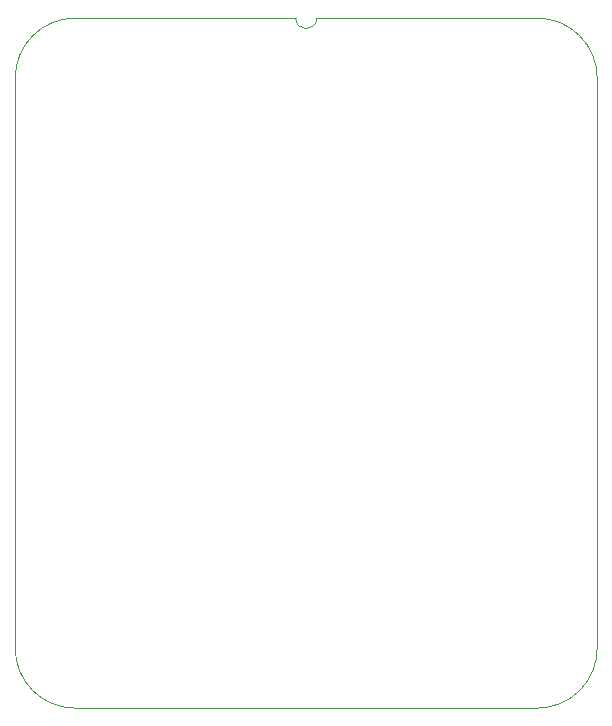
<source format=gm1>
%TF.GenerationSoftware,KiCad,Pcbnew,9.0.2*%
%TF.CreationDate,2025-06-27T16:00:31+02:00*%
%TF.ProjectId,Status Device,53746174-7573-4204-9465-766963652e6b,V1*%
%TF.SameCoordinates,Original*%
%TF.FileFunction,Profile,NP*%
%FSLAX46Y46*%
G04 Gerber Fmt 4.6, Leading zero omitted, Abs format (unit mm)*
G04 Created by KiCad (PCBNEW 9.0.2) date 2025-06-27 16:00:31*
%MOMM*%
%LPD*%
G01*
G04 APERTURE LIST*
%TA.AperFunction,Profile*%
%ADD10C,0.100000*%
%TD*%
G04 APERTURE END LIST*
D10*
X-1778000Y0D02*
G75*
G02*
X3283981Y5080000I5071000J9000D01*
G01*
X23749000Y5080000D02*
G75*
G02*
X21971000Y5080000I-889000J0D01*
G01*
X42418000Y5079999D02*
G75*
G02*
X47497999Y0I9000J-5070999D01*
G01*
X3283981Y-53340000D02*
G75*
G02*
X-1778000Y-48260000I9019J5071000D01*
G01*
X47498000Y0D02*
X47498000Y-48260000D01*
X47498000Y-48260000D02*
G75*
G02*
X42436019Y-53340000I-5071000J-9000D01*
G01*
X42436019Y-53340000D02*
X3283981Y-53340000D01*
X21971000Y5080000D02*
X3283981Y5080000D01*
X-1778000Y0D02*
X-1778000Y-48260000D01*
X42418000Y5079999D02*
X23749000Y5080000D01*
M02*

</source>
